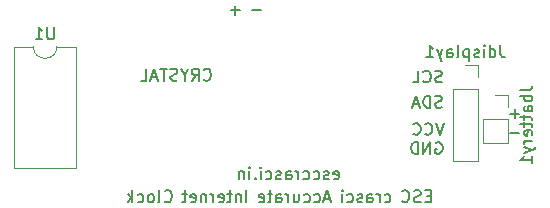
<source format=gbr>
%TF.GenerationSoftware,KiCad,Pcbnew,(7.0.0)*%
%TF.CreationDate,2023-08-26T23:12:35+05:30*%
%TF.ProjectId,sat-pcb,7361742d-7063-4622-9e6b-696361645f70,2.0.1*%
%TF.SameCoordinates,Original*%
%TF.FileFunction,Legend,Bot*%
%TF.FilePolarity,Positive*%
%FSLAX46Y46*%
G04 Gerber Fmt 4.6, Leading zero omitted, Abs format (unit mm)*
G04 Created by KiCad (PCBNEW (7.0.0)) date 2023-08-26 23:12:35*
%MOMM*%
%LPD*%
G01*
G04 APERTURE LIST*
%ADD10C,0.150000*%
%ADD11C,0.120000*%
G04 APERTURE END LIST*
D10*
X139861976Y-90624142D02*
X139909595Y-90671761D01*
X139909595Y-90671761D02*
X140052452Y-90719380D01*
X140052452Y-90719380D02*
X140147690Y-90719380D01*
X140147690Y-90719380D02*
X140290547Y-90671761D01*
X140290547Y-90671761D02*
X140385785Y-90576523D01*
X140385785Y-90576523D02*
X140433404Y-90481285D01*
X140433404Y-90481285D02*
X140481023Y-90290809D01*
X140481023Y-90290809D02*
X140481023Y-90147952D01*
X140481023Y-90147952D02*
X140433404Y-89957476D01*
X140433404Y-89957476D02*
X140385785Y-89862238D01*
X140385785Y-89862238D02*
X140290547Y-89767000D01*
X140290547Y-89767000D02*
X140147690Y-89719380D01*
X140147690Y-89719380D02*
X140052452Y-89719380D01*
X140052452Y-89719380D02*
X139909595Y-89767000D01*
X139909595Y-89767000D02*
X139861976Y-89814619D01*
X138861976Y-90719380D02*
X139195309Y-90243190D01*
X139433404Y-90719380D02*
X139433404Y-89719380D01*
X139433404Y-89719380D02*
X139052452Y-89719380D01*
X139052452Y-89719380D02*
X138957214Y-89767000D01*
X138957214Y-89767000D02*
X138909595Y-89814619D01*
X138909595Y-89814619D02*
X138861976Y-89909857D01*
X138861976Y-89909857D02*
X138861976Y-90052714D01*
X138861976Y-90052714D02*
X138909595Y-90147952D01*
X138909595Y-90147952D02*
X138957214Y-90195571D01*
X138957214Y-90195571D02*
X139052452Y-90243190D01*
X139052452Y-90243190D02*
X139433404Y-90243190D01*
X138242928Y-90243190D02*
X138242928Y-90719380D01*
X138576261Y-89719380D02*
X138242928Y-90243190D01*
X138242928Y-90243190D02*
X137909595Y-89719380D01*
X137623880Y-90671761D02*
X137481023Y-90719380D01*
X137481023Y-90719380D02*
X137242928Y-90719380D01*
X137242928Y-90719380D02*
X137147690Y-90671761D01*
X137147690Y-90671761D02*
X137100071Y-90624142D01*
X137100071Y-90624142D02*
X137052452Y-90528904D01*
X137052452Y-90528904D02*
X137052452Y-90433666D01*
X137052452Y-90433666D02*
X137100071Y-90338428D01*
X137100071Y-90338428D02*
X137147690Y-90290809D01*
X137147690Y-90290809D02*
X137242928Y-90243190D01*
X137242928Y-90243190D02*
X137433404Y-90195571D01*
X137433404Y-90195571D02*
X137528642Y-90147952D01*
X137528642Y-90147952D02*
X137576261Y-90100333D01*
X137576261Y-90100333D02*
X137623880Y-90005095D01*
X137623880Y-90005095D02*
X137623880Y-89909857D01*
X137623880Y-89909857D02*
X137576261Y-89814619D01*
X137576261Y-89814619D02*
X137528642Y-89767000D01*
X137528642Y-89767000D02*
X137433404Y-89719380D01*
X137433404Y-89719380D02*
X137195309Y-89719380D01*
X137195309Y-89719380D02*
X137052452Y-89767000D01*
X136766737Y-89719380D02*
X136195309Y-89719380D01*
X136481023Y-90719380D02*
X136481023Y-89719380D01*
X135909594Y-90433666D02*
X135433404Y-90433666D01*
X136004832Y-90719380D02*
X135671499Y-89719380D01*
X135671499Y-89719380D02*
X135338166Y-90719380D01*
X134528642Y-90719380D02*
X135004832Y-90719380D01*
X135004832Y-90719380D02*
X135004832Y-89719380D01*
X160039023Y-92957761D02*
X159896166Y-93005380D01*
X159896166Y-93005380D02*
X159658071Y-93005380D01*
X159658071Y-93005380D02*
X159562833Y-92957761D01*
X159562833Y-92957761D02*
X159515214Y-92910142D01*
X159515214Y-92910142D02*
X159467595Y-92814904D01*
X159467595Y-92814904D02*
X159467595Y-92719666D01*
X159467595Y-92719666D02*
X159515214Y-92624428D01*
X159515214Y-92624428D02*
X159562833Y-92576809D01*
X159562833Y-92576809D02*
X159658071Y-92529190D01*
X159658071Y-92529190D02*
X159848547Y-92481571D01*
X159848547Y-92481571D02*
X159943785Y-92433952D01*
X159943785Y-92433952D02*
X159991404Y-92386333D01*
X159991404Y-92386333D02*
X160039023Y-92291095D01*
X160039023Y-92291095D02*
X160039023Y-92195857D01*
X160039023Y-92195857D02*
X159991404Y-92100619D01*
X159991404Y-92100619D02*
X159943785Y-92053000D01*
X159943785Y-92053000D02*
X159848547Y-92005380D01*
X159848547Y-92005380D02*
X159610452Y-92005380D01*
X159610452Y-92005380D02*
X159467595Y-92053000D01*
X159039023Y-93005380D02*
X159039023Y-92005380D01*
X159039023Y-92005380D02*
X158800928Y-92005380D01*
X158800928Y-92005380D02*
X158658071Y-92053000D01*
X158658071Y-92053000D02*
X158562833Y-92148238D01*
X158562833Y-92148238D02*
X158515214Y-92243476D01*
X158515214Y-92243476D02*
X158467595Y-92433952D01*
X158467595Y-92433952D02*
X158467595Y-92576809D01*
X158467595Y-92576809D02*
X158515214Y-92767285D01*
X158515214Y-92767285D02*
X158562833Y-92862523D01*
X158562833Y-92862523D02*
X158658071Y-92957761D01*
X158658071Y-92957761D02*
X158800928Y-93005380D01*
X158800928Y-93005380D02*
X159039023Y-93005380D01*
X158086642Y-92719666D02*
X157610452Y-92719666D01*
X158181880Y-93005380D02*
X157848547Y-92005380D01*
X157848547Y-92005380D02*
X157515214Y-93005380D01*
X166595404Y-93544428D02*
X165833500Y-93544428D01*
X166214452Y-93925380D02*
X166214452Y-93163476D01*
X166595404Y-95164428D02*
X165833500Y-95164428D01*
X159089404Y-100487571D02*
X158756071Y-100487571D01*
X158613214Y-101011380D02*
X159089404Y-101011380D01*
X159089404Y-101011380D02*
X159089404Y-100011380D01*
X159089404Y-100011380D02*
X158613214Y-100011380D01*
X158232261Y-100963761D02*
X158089404Y-101011380D01*
X158089404Y-101011380D02*
X157851309Y-101011380D01*
X157851309Y-101011380D02*
X157756071Y-100963761D01*
X157756071Y-100963761D02*
X157708452Y-100916142D01*
X157708452Y-100916142D02*
X157660833Y-100820904D01*
X157660833Y-100820904D02*
X157660833Y-100725666D01*
X157660833Y-100725666D02*
X157708452Y-100630428D01*
X157708452Y-100630428D02*
X157756071Y-100582809D01*
X157756071Y-100582809D02*
X157851309Y-100535190D01*
X157851309Y-100535190D02*
X158041785Y-100487571D01*
X158041785Y-100487571D02*
X158137023Y-100439952D01*
X158137023Y-100439952D02*
X158184642Y-100392333D01*
X158184642Y-100392333D02*
X158232261Y-100297095D01*
X158232261Y-100297095D02*
X158232261Y-100201857D01*
X158232261Y-100201857D02*
X158184642Y-100106619D01*
X158184642Y-100106619D02*
X158137023Y-100059000D01*
X158137023Y-100059000D02*
X158041785Y-100011380D01*
X158041785Y-100011380D02*
X157803690Y-100011380D01*
X157803690Y-100011380D02*
X157660833Y-100059000D01*
X156660833Y-100916142D02*
X156708452Y-100963761D01*
X156708452Y-100963761D02*
X156851309Y-101011380D01*
X156851309Y-101011380D02*
X156946547Y-101011380D01*
X156946547Y-101011380D02*
X157089404Y-100963761D01*
X157089404Y-100963761D02*
X157184642Y-100868523D01*
X157184642Y-100868523D02*
X157232261Y-100773285D01*
X157232261Y-100773285D02*
X157279880Y-100582809D01*
X157279880Y-100582809D02*
X157279880Y-100439952D01*
X157279880Y-100439952D02*
X157232261Y-100249476D01*
X157232261Y-100249476D02*
X157184642Y-100154238D01*
X157184642Y-100154238D02*
X157089404Y-100059000D01*
X157089404Y-100059000D02*
X156946547Y-100011380D01*
X156946547Y-100011380D02*
X156851309Y-100011380D01*
X156851309Y-100011380D02*
X156708452Y-100059000D01*
X156708452Y-100059000D02*
X156660833Y-100106619D01*
X155203690Y-100963761D02*
X155298928Y-101011380D01*
X155298928Y-101011380D02*
X155489404Y-101011380D01*
X155489404Y-101011380D02*
X155584642Y-100963761D01*
X155584642Y-100963761D02*
X155632261Y-100916142D01*
X155632261Y-100916142D02*
X155679880Y-100820904D01*
X155679880Y-100820904D02*
X155679880Y-100535190D01*
X155679880Y-100535190D02*
X155632261Y-100439952D01*
X155632261Y-100439952D02*
X155584642Y-100392333D01*
X155584642Y-100392333D02*
X155489404Y-100344714D01*
X155489404Y-100344714D02*
X155298928Y-100344714D01*
X155298928Y-100344714D02*
X155203690Y-100392333D01*
X154775118Y-101011380D02*
X154775118Y-100344714D01*
X154775118Y-100535190D02*
X154727499Y-100439952D01*
X154727499Y-100439952D02*
X154679880Y-100392333D01*
X154679880Y-100392333D02*
X154584642Y-100344714D01*
X154584642Y-100344714D02*
X154489404Y-100344714D01*
X153727499Y-101011380D02*
X153727499Y-100487571D01*
X153727499Y-100487571D02*
X153775118Y-100392333D01*
X153775118Y-100392333D02*
X153870356Y-100344714D01*
X153870356Y-100344714D02*
X154060832Y-100344714D01*
X154060832Y-100344714D02*
X154156070Y-100392333D01*
X153727499Y-100963761D02*
X153822737Y-101011380D01*
X153822737Y-101011380D02*
X154060832Y-101011380D01*
X154060832Y-101011380D02*
X154156070Y-100963761D01*
X154156070Y-100963761D02*
X154203689Y-100868523D01*
X154203689Y-100868523D02*
X154203689Y-100773285D01*
X154203689Y-100773285D02*
X154156070Y-100678047D01*
X154156070Y-100678047D02*
X154060832Y-100630428D01*
X154060832Y-100630428D02*
X153822737Y-100630428D01*
X153822737Y-100630428D02*
X153727499Y-100582809D01*
X153298927Y-100963761D02*
X153203689Y-101011380D01*
X153203689Y-101011380D02*
X153013213Y-101011380D01*
X153013213Y-101011380D02*
X152917975Y-100963761D01*
X152917975Y-100963761D02*
X152870356Y-100868523D01*
X152870356Y-100868523D02*
X152870356Y-100820904D01*
X152870356Y-100820904D02*
X152917975Y-100725666D01*
X152917975Y-100725666D02*
X153013213Y-100678047D01*
X153013213Y-100678047D02*
X153156070Y-100678047D01*
X153156070Y-100678047D02*
X153251308Y-100630428D01*
X153251308Y-100630428D02*
X153298927Y-100535190D01*
X153298927Y-100535190D02*
X153298927Y-100487571D01*
X153298927Y-100487571D02*
X153251308Y-100392333D01*
X153251308Y-100392333D02*
X153156070Y-100344714D01*
X153156070Y-100344714D02*
X153013213Y-100344714D01*
X153013213Y-100344714D02*
X152917975Y-100392333D01*
X152013213Y-100963761D02*
X152108451Y-101011380D01*
X152108451Y-101011380D02*
X152298927Y-101011380D01*
X152298927Y-101011380D02*
X152394165Y-100963761D01*
X152394165Y-100963761D02*
X152441784Y-100916142D01*
X152441784Y-100916142D02*
X152489403Y-100820904D01*
X152489403Y-100820904D02*
X152489403Y-100535190D01*
X152489403Y-100535190D02*
X152441784Y-100439952D01*
X152441784Y-100439952D02*
X152394165Y-100392333D01*
X152394165Y-100392333D02*
X152298927Y-100344714D01*
X152298927Y-100344714D02*
X152108451Y-100344714D01*
X152108451Y-100344714D02*
X152013213Y-100392333D01*
X151584641Y-101011380D02*
X151584641Y-100344714D01*
X151584641Y-100011380D02*
X151632260Y-100059000D01*
X151632260Y-100059000D02*
X151584641Y-100106619D01*
X151584641Y-100106619D02*
X151537022Y-100059000D01*
X151537022Y-100059000D02*
X151584641Y-100011380D01*
X151584641Y-100011380D02*
X151584641Y-100106619D01*
X150556070Y-100725666D02*
X150079880Y-100725666D01*
X150651308Y-101011380D02*
X150317975Y-100011380D01*
X150317975Y-100011380D02*
X149984642Y-101011380D01*
X149222737Y-100963761D02*
X149317975Y-101011380D01*
X149317975Y-101011380D02*
X149508451Y-101011380D01*
X149508451Y-101011380D02*
X149603689Y-100963761D01*
X149603689Y-100963761D02*
X149651308Y-100916142D01*
X149651308Y-100916142D02*
X149698927Y-100820904D01*
X149698927Y-100820904D02*
X149698927Y-100535190D01*
X149698927Y-100535190D02*
X149651308Y-100439952D01*
X149651308Y-100439952D02*
X149603689Y-100392333D01*
X149603689Y-100392333D02*
X149508451Y-100344714D01*
X149508451Y-100344714D02*
X149317975Y-100344714D01*
X149317975Y-100344714D02*
X149222737Y-100392333D01*
X148365594Y-100963761D02*
X148460832Y-101011380D01*
X148460832Y-101011380D02*
X148651308Y-101011380D01*
X148651308Y-101011380D02*
X148746546Y-100963761D01*
X148746546Y-100963761D02*
X148794165Y-100916142D01*
X148794165Y-100916142D02*
X148841784Y-100820904D01*
X148841784Y-100820904D02*
X148841784Y-100535190D01*
X148841784Y-100535190D02*
X148794165Y-100439952D01*
X148794165Y-100439952D02*
X148746546Y-100392333D01*
X148746546Y-100392333D02*
X148651308Y-100344714D01*
X148651308Y-100344714D02*
X148460832Y-100344714D01*
X148460832Y-100344714D02*
X148365594Y-100392333D01*
X147508451Y-100344714D02*
X147508451Y-101011380D01*
X147937022Y-100344714D02*
X147937022Y-100868523D01*
X147937022Y-100868523D02*
X147889403Y-100963761D01*
X147889403Y-100963761D02*
X147794165Y-101011380D01*
X147794165Y-101011380D02*
X147651308Y-101011380D01*
X147651308Y-101011380D02*
X147556070Y-100963761D01*
X147556070Y-100963761D02*
X147508451Y-100916142D01*
X147032260Y-101011380D02*
X147032260Y-100344714D01*
X147032260Y-100535190D02*
X146984641Y-100439952D01*
X146984641Y-100439952D02*
X146937022Y-100392333D01*
X146937022Y-100392333D02*
X146841784Y-100344714D01*
X146841784Y-100344714D02*
X146746546Y-100344714D01*
X145984641Y-101011380D02*
X145984641Y-100487571D01*
X145984641Y-100487571D02*
X146032260Y-100392333D01*
X146032260Y-100392333D02*
X146127498Y-100344714D01*
X146127498Y-100344714D02*
X146317974Y-100344714D01*
X146317974Y-100344714D02*
X146413212Y-100392333D01*
X145984641Y-100963761D02*
X146079879Y-101011380D01*
X146079879Y-101011380D02*
X146317974Y-101011380D01*
X146317974Y-101011380D02*
X146413212Y-100963761D01*
X146413212Y-100963761D02*
X146460831Y-100868523D01*
X146460831Y-100868523D02*
X146460831Y-100773285D01*
X146460831Y-100773285D02*
X146413212Y-100678047D01*
X146413212Y-100678047D02*
X146317974Y-100630428D01*
X146317974Y-100630428D02*
X146079879Y-100630428D01*
X146079879Y-100630428D02*
X145984641Y-100582809D01*
X145651307Y-100344714D02*
X145270355Y-100344714D01*
X145508450Y-100011380D02*
X145508450Y-100868523D01*
X145508450Y-100868523D02*
X145460831Y-100963761D01*
X145460831Y-100963761D02*
X145365593Y-101011380D01*
X145365593Y-101011380D02*
X145270355Y-101011380D01*
X144556069Y-100963761D02*
X144651307Y-101011380D01*
X144651307Y-101011380D02*
X144841783Y-101011380D01*
X144841783Y-101011380D02*
X144937021Y-100963761D01*
X144937021Y-100963761D02*
X144984640Y-100868523D01*
X144984640Y-100868523D02*
X144984640Y-100487571D01*
X144984640Y-100487571D02*
X144937021Y-100392333D01*
X144937021Y-100392333D02*
X144841783Y-100344714D01*
X144841783Y-100344714D02*
X144651307Y-100344714D01*
X144651307Y-100344714D02*
X144556069Y-100392333D01*
X144556069Y-100392333D02*
X144508450Y-100487571D01*
X144508450Y-100487571D02*
X144508450Y-100582809D01*
X144508450Y-100582809D02*
X144984640Y-100678047D01*
X143479878Y-101011380D02*
X143479878Y-100011380D01*
X143003688Y-100344714D02*
X143003688Y-101011380D01*
X143003688Y-100439952D02*
X142956069Y-100392333D01*
X142956069Y-100392333D02*
X142860831Y-100344714D01*
X142860831Y-100344714D02*
X142717974Y-100344714D01*
X142717974Y-100344714D02*
X142622736Y-100392333D01*
X142622736Y-100392333D02*
X142575117Y-100487571D01*
X142575117Y-100487571D02*
X142575117Y-101011380D01*
X142241783Y-100344714D02*
X141860831Y-100344714D01*
X142098926Y-100011380D02*
X142098926Y-100868523D01*
X142098926Y-100868523D02*
X142051307Y-100963761D01*
X142051307Y-100963761D02*
X141956069Y-101011380D01*
X141956069Y-101011380D02*
X141860831Y-101011380D01*
X141146545Y-100963761D02*
X141241783Y-101011380D01*
X141241783Y-101011380D02*
X141432259Y-101011380D01*
X141432259Y-101011380D02*
X141527497Y-100963761D01*
X141527497Y-100963761D02*
X141575116Y-100868523D01*
X141575116Y-100868523D02*
X141575116Y-100487571D01*
X141575116Y-100487571D02*
X141527497Y-100392333D01*
X141527497Y-100392333D02*
X141432259Y-100344714D01*
X141432259Y-100344714D02*
X141241783Y-100344714D01*
X141241783Y-100344714D02*
X141146545Y-100392333D01*
X141146545Y-100392333D02*
X141098926Y-100487571D01*
X141098926Y-100487571D02*
X141098926Y-100582809D01*
X141098926Y-100582809D02*
X141575116Y-100678047D01*
X140670354Y-101011380D02*
X140670354Y-100344714D01*
X140670354Y-100535190D02*
X140622735Y-100439952D01*
X140622735Y-100439952D02*
X140575116Y-100392333D01*
X140575116Y-100392333D02*
X140479878Y-100344714D01*
X140479878Y-100344714D02*
X140384640Y-100344714D01*
X140051306Y-100344714D02*
X140051306Y-101011380D01*
X140051306Y-100439952D02*
X140003687Y-100392333D01*
X140003687Y-100392333D02*
X139908449Y-100344714D01*
X139908449Y-100344714D02*
X139765592Y-100344714D01*
X139765592Y-100344714D02*
X139670354Y-100392333D01*
X139670354Y-100392333D02*
X139622735Y-100487571D01*
X139622735Y-100487571D02*
X139622735Y-101011380D01*
X138765592Y-100963761D02*
X138860830Y-101011380D01*
X138860830Y-101011380D02*
X139051306Y-101011380D01*
X139051306Y-101011380D02*
X139146544Y-100963761D01*
X139146544Y-100963761D02*
X139194163Y-100868523D01*
X139194163Y-100868523D02*
X139194163Y-100487571D01*
X139194163Y-100487571D02*
X139146544Y-100392333D01*
X139146544Y-100392333D02*
X139051306Y-100344714D01*
X139051306Y-100344714D02*
X138860830Y-100344714D01*
X138860830Y-100344714D02*
X138765592Y-100392333D01*
X138765592Y-100392333D02*
X138717973Y-100487571D01*
X138717973Y-100487571D02*
X138717973Y-100582809D01*
X138717973Y-100582809D02*
X139194163Y-100678047D01*
X138432258Y-100344714D02*
X138051306Y-100344714D01*
X138289401Y-100011380D02*
X138289401Y-100868523D01*
X138289401Y-100868523D02*
X138241782Y-100963761D01*
X138241782Y-100963761D02*
X138146544Y-101011380D01*
X138146544Y-101011380D02*
X138051306Y-101011380D01*
X136546544Y-100916142D02*
X136594163Y-100963761D01*
X136594163Y-100963761D02*
X136737020Y-101011380D01*
X136737020Y-101011380D02*
X136832258Y-101011380D01*
X136832258Y-101011380D02*
X136975115Y-100963761D01*
X136975115Y-100963761D02*
X137070353Y-100868523D01*
X137070353Y-100868523D02*
X137117972Y-100773285D01*
X137117972Y-100773285D02*
X137165591Y-100582809D01*
X137165591Y-100582809D02*
X137165591Y-100439952D01*
X137165591Y-100439952D02*
X137117972Y-100249476D01*
X137117972Y-100249476D02*
X137070353Y-100154238D01*
X137070353Y-100154238D02*
X136975115Y-100059000D01*
X136975115Y-100059000D02*
X136832258Y-100011380D01*
X136832258Y-100011380D02*
X136737020Y-100011380D01*
X136737020Y-100011380D02*
X136594163Y-100059000D01*
X136594163Y-100059000D02*
X136546544Y-100106619D01*
X135975115Y-101011380D02*
X136070353Y-100963761D01*
X136070353Y-100963761D02*
X136117972Y-100868523D01*
X136117972Y-100868523D02*
X136117972Y-100011380D01*
X135451305Y-101011380D02*
X135546543Y-100963761D01*
X135546543Y-100963761D02*
X135594162Y-100916142D01*
X135594162Y-100916142D02*
X135641781Y-100820904D01*
X135641781Y-100820904D02*
X135641781Y-100535190D01*
X135641781Y-100535190D02*
X135594162Y-100439952D01*
X135594162Y-100439952D02*
X135546543Y-100392333D01*
X135546543Y-100392333D02*
X135451305Y-100344714D01*
X135451305Y-100344714D02*
X135308448Y-100344714D01*
X135308448Y-100344714D02*
X135213210Y-100392333D01*
X135213210Y-100392333D02*
X135165591Y-100439952D01*
X135165591Y-100439952D02*
X135117972Y-100535190D01*
X135117972Y-100535190D02*
X135117972Y-100820904D01*
X135117972Y-100820904D02*
X135165591Y-100916142D01*
X135165591Y-100916142D02*
X135213210Y-100963761D01*
X135213210Y-100963761D02*
X135308448Y-101011380D01*
X135308448Y-101011380D02*
X135451305Y-101011380D01*
X134260829Y-100963761D02*
X134356067Y-101011380D01*
X134356067Y-101011380D02*
X134546543Y-101011380D01*
X134546543Y-101011380D02*
X134641781Y-100963761D01*
X134641781Y-100963761D02*
X134689400Y-100916142D01*
X134689400Y-100916142D02*
X134737019Y-100820904D01*
X134737019Y-100820904D02*
X134737019Y-100535190D01*
X134737019Y-100535190D02*
X134689400Y-100439952D01*
X134689400Y-100439952D02*
X134641781Y-100392333D01*
X134641781Y-100392333D02*
X134546543Y-100344714D01*
X134546543Y-100344714D02*
X134356067Y-100344714D01*
X134356067Y-100344714D02*
X134260829Y-100392333D01*
X133832257Y-101011380D02*
X133832257Y-100011380D01*
X133737019Y-100630428D02*
X133451305Y-101011380D01*
X133451305Y-100344714D02*
X133832257Y-100725666D01*
X160039023Y-90829761D02*
X159896166Y-90877380D01*
X159896166Y-90877380D02*
X159658071Y-90877380D01*
X159658071Y-90877380D02*
X159562833Y-90829761D01*
X159562833Y-90829761D02*
X159515214Y-90782142D01*
X159515214Y-90782142D02*
X159467595Y-90686904D01*
X159467595Y-90686904D02*
X159467595Y-90591666D01*
X159467595Y-90591666D02*
X159515214Y-90496428D01*
X159515214Y-90496428D02*
X159562833Y-90448809D01*
X159562833Y-90448809D02*
X159658071Y-90401190D01*
X159658071Y-90401190D02*
X159848547Y-90353571D01*
X159848547Y-90353571D02*
X159943785Y-90305952D01*
X159943785Y-90305952D02*
X159991404Y-90258333D01*
X159991404Y-90258333D02*
X160039023Y-90163095D01*
X160039023Y-90163095D02*
X160039023Y-90067857D01*
X160039023Y-90067857D02*
X159991404Y-89972619D01*
X159991404Y-89972619D02*
X159943785Y-89925000D01*
X159943785Y-89925000D02*
X159848547Y-89877380D01*
X159848547Y-89877380D02*
X159610452Y-89877380D01*
X159610452Y-89877380D02*
X159467595Y-89925000D01*
X158467595Y-90782142D02*
X158515214Y-90829761D01*
X158515214Y-90829761D02*
X158658071Y-90877380D01*
X158658071Y-90877380D02*
X158753309Y-90877380D01*
X158753309Y-90877380D02*
X158896166Y-90829761D01*
X158896166Y-90829761D02*
X158991404Y-90734523D01*
X158991404Y-90734523D02*
X159039023Y-90639285D01*
X159039023Y-90639285D02*
X159086642Y-90448809D01*
X159086642Y-90448809D02*
X159086642Y-90305952D01*
X159086642Y-90305952D02*
X159039023Y-90115476D01*
X159039023Y-90115476D02*
X158991404Y-90020238D01*
X158991404Y-90020238D02*
X158896166Y-89925000D01*
X158896166Y-89925000D02*
X158753309Y-89877380D01*
X158753309Y-89877380D02*
X158658071Y-89877380D01*
X158658071Y-89877380D02*
X158515214Y-89925000D01*
X158515214Y-89925000D02*
X158467595Y-89972619D01*
X157562833Y-90877380D02*
X158039023Y-90877380D01*
X158039023Y-90877380D02*
X158039023Y-89877380D01*
X150883452Y-99013761D02*
X150978690Y-99061380D01*
X150978690Y-99061380D02*
X151169166Y-99061380D01*
X151169166Y-99061380D02*
X151264404Y-99013761D01*
X151264404Y-99013761D02*
X151312023Y-98918523D01*
X151312023Y-98918523D02*
X151312023Y-98537571D01*
X151312023Y-98537571D02*
X151264404Y-98442333D01*
X151264404Y-98442333D02*
X151169166Y-98394714D01*
X151169166Y-98394714D02*
X150978690Y-98394714D01*
X150978690Y-98394714D02*
X150883452Y-98442333D01*
X150883452Y-98442333D02*
X150835833Y-98537571D01*
X150835833Y-98537571D02*
X150835833Y-98632809D01*
X150835833Y-98632809D02*
X151312023Y-98728047D01*
X150454880Y-99013761D02*
X150359642Y-99061380D01*
X150359642Y-99061380D02*
X150169166Y-99061380D01*
X150169166Y-99061380D02*
X150073928Y-99013761D01*
X150073928Y-99013761D02*
X150026309Y-98918523D01*
X150026309Y-98918523D02*
X150026309Y-98870904D01*
X150026309Y-98870904D02*
X150073928Y-98775666D01*
X150073928Y-98775666D02*
X150169166Y-98728047D01*
X150169166Y-98728047D02*
X150312023Y-98728047D01*
X150312023Y-98728047D02*
X150407261Y-98680428D01*
X150407261Y-98680428D02*
X150454880Y-98585190D01*
X150454880Y-98585190D02*
X150454880Y-98537571D01*
X150454880Y-98537571D02*
X150407261Y-98442333D01*
X150407261Y-98442333D02*
X150312023Y-98394714D01*
X150312023Y-98394714D02*
X150169166Y-98394714D01*
X150169166Y-98394714D02*
X150073928Y-98442333D01*
X149169166Y-99013761D02*
X149264404Y-99061380D01*
X149264404Y-99061380D02*
X149454880Y-99061380D01*
X149454880Y-99061380D02*
X149550118Y-99013761D01*
X149550118Y-99013761D02*
X149597737Y-98966142D01*
X149597737Y-98966142D02*
X149645356Y-98870904D01*
X149645356Y-98870904D02*
X149645356Y-98585190D01*
X149645356Y-98585190D02*
X149597737Y-98489952D01*
X149597737Y-98489952D02*
X149550118Y-98442333D01*
X149550118Y-98442333D02*
X149454880Y-98394714D01*
X149454880Y-98394714D02*
X149264404Y-98394714D01*
X149264404Y-98394714D02*
X149169166Y-98442333D01*
X148312023Y-99013761D02*
X148407261Y-99061380D01*
X148407261Y-99061380D02*
X148597737Y-99061380D01*
X148597737Y-99061380D02*
X148692975Y-99013761D01*
X148692975Y-99013761D02*
X148740594Y-98966142D01*
X148740594Y-98966142D02*
X148788213Y-98870904D01*
X148788213Y-98870904D02*
X148788213Y-98585190D01*
X148788213Y-98585190D02*
X148740594Y-98489952D01*
X148740594Y-98489952D02*
X148692975Y-98442333D01*
X148692975Y-98442333D02*
X148597737Y-98394714D01*
X148597737Y-98394714D02*
X148407261Y-98394714D01*
X148407261Y-98394714D02*
X148312023Y-98442333D01*
X147883451Y-99061380D02*
X147883451Y-98394714D01*
X147883451Y-98585190D02*
X147835832Y-98489952D01*
X147835832Y-98489952D02*
X147788213Y-98442333D01*
X147788213Y-98442333D02*
X147692975Y-98394714D01*
X147692975Y-98394714D02*
X147597737Y-98394714D01*
X146835832Y-99061380D02*
X146835832Y-98537571D01*
X146835832Y-98537571D02*
X146883451Y-98442333D01*
X146883451Y-98442333D02*
X146978689Y-98394714D01*
X146978689Y-98394714D02*
X147169165Y-98394714D01*
X147169165Y-98394714D02*
X147264403Y-98442333D01*
X146835832Y-99013761D02*
X146931070Y-99061380D01*
X146931070Y-99061380D02*
X147169165Y-99061380D01*
X147169165Y-99061380D02*
X147264403Y-99013761D01*
X147264403Y-99013761D02*
X147312022Y-98918523D01*
X147312022Y-98918523D02*
X147312022Y-98823285D01*
X147312022Y-98823285D02*
X147264403Y-98728047D01*
X147264403Y-98728047D02*
X147169165Y-98680428D01*
X147169165Y-98680428D02*
X146931070Y-98680428D01*
X146931070Y-98680428D02*
X146835832Y-98632809D01*
X146407260Y-99013761D02*
X146312022Y-99061380D01*
X146312022Y-99061380D02*
X146121546Y-99061380D01*
X146121546Y-99061380D02*
X146026308Y-99013761D01*
X146026308Y-99013761D02*
X145978689Y-98918523D01*
X145978689Y-98918523D02*
X145978689Y-98870904D01*
X145978689Y-98870904D02*
X146026308Y-98775666D01*
X146026308Y-98775666D02*
X146121546Y-98728047D01*
X146121546Y-98728047D02*
X146264403Y-98728047D01*
X146264403Y-98728047D02*
X146359641Y-98680428D01*
X146359641Y-98680428D02*
X146407260Y-98585190D01*
X146407260Y-98585190D02*
X146407260Y-98537571D01*
X146407260Y-98537571D02*
X146359641Y-98442333D01*
X146359641Y-98442333D02*
X146264403Y-98394714D01*
X146264403Y-98394714D02*
X146121546Y-98394714D01*
X146121546Y-98394714D02*
X146026308Y-98442333D01*
X145121546Y-99013761D02*
X145216784Y-99061380D01*
X145216784Y-99061380D02*
X145407260Y-99061380D01*
X145407260Y-99061380D02*
X145502498Y-99013761D01*
X145502498Y-99013761D02*
X145550117Y-98966142D01*
X145550117Y-98966142D02*
X145597736Y-98870904D01*
X145597736Y-98870904D02*
X145597736Y-98585190D01*
X145597736Y-98585190D02*
X145550117Y-98489952D01*
X145550117Y-98489952D02*
X145502498Y-98442333D01*
X145502498Y-98442333D02*
X145407260Y-98394714D01*
X145407260Y-98394714D02*
X145216784Y-98394714D01*
X145216784Y-98394714D02*
X145121546Y-98442333D01*
X144692974Y-99061380D02*
X144692974Y-98394714D01*
X144692974Y-98061380D02*
X144740593Y-98109000D01*
X144740593Y-98109000D02*
X144692974Y-98156619D01*
X144692974Y-98156619D02*
X144645355Y-98109000D01*
X144645355Y-98109000D02*
X144692974Y-98061380D01*
X144692974Y-98061380D02*
X144692974Y-98156619D01*
X144216784Y-98966142D02*
X144169165Y-99013761D01*
X144169165Y-99013761D02*
X144216784Y-99061380D01*
X144216784Y-99061380D02*
X144264403Y-99013761D01*
X144264403Y-99013761D02*
X144216784Y-98966142D01*
X144216784Y-98966142D02*
X144216784Y-99061380D01*
X143740594Y-99061380D02*
X143740594Y-98394714D01*
X143740594Y-98061380D02*
X143788213Y-98109000D01*
X143788213Y-98109000D02*
X143740594Y-98156619D01*
X143740594Y-98156619D02*
X143692975Y-98109000D01*
X143692975Y-98109000D02*
X143740594Y-98061380D01*
X143740594Y-98061380D02*
X143740594Y-98156619D01*
X143264404Y-98394714D02*
X143264404Y-99061380D01*
X143264404Y-98489952D02*
X143216785Y-98442333D01*
X143216785Y-98442333D02*
X143121547Y-98394714D01*
X143121547Y-98394714D02*
X142978690Y-98394714D01*
X142978690Y-98394714D02*
X142883452Y-98442333D01*
X142883452Y-98442333D02*
X142835833Y-98537571D01*
X142835833Y-98537571D02*
X142835833Y-99061380D01*
X160182261Y-94316380D02*
X159848928Y-95316380D01*
X159848928Y-95316380D02*
X159515595Y-94316380D01*
X158610833Y-95221142D02*
X158658452Y-95268761D01*
X158658452Y-95268761D02*
X158801309Y-95316380D01*
X158801309Y-95316380D02*
X158896547Y-95316380D01*
X158896547Y-95316380D02*
X159039404Y-95268761D01*
X159039404Y-95268761D02*
X159134642Y-95173523D01*
X159134642Y-95173523D02*
X159182261Y-95078285D01*
X159182261Y-95078285D02*
X159229880Y-94887809D01*
X159229880Y-94887809D02*
X159229880Y-94744952D01*
X159229880Y-94744952D02*
X159182261Y-94554476D01*
X159182261Y-94554476D02*
X159134642Y-94459238D01*
X159134642Y-94459238D02*
X159039404Y-94364000D01*
X159039404Y-94364000D02*
X158896547Y-94316380D01*
X158896547Y-94316380D02*
X158801309Y-94316380D01*
X158801309Y-94316380D02*
X158658452Y-94364000D01*
X158658452Y-94364000D02*
X158610833Y-94411619D01*
X157610833Y-95221142D02*
X157658452Y-95268761D01*
X157658452Y-95268761D02*
X157801309Y-95316380D01*
X157801309Y-95316380D02*
X157896547Y-95316380D01*
X157896547Y-95316380D02*
X158039404Y-95268761D01*
X158039404Y-95268761D02*
X158134642Y-95173523D01*
X158134642Y-95173523D02*
X158182261Y-95078285D01*
X158182261Y-95078285D02*
X158229880Y-94887809D01*
X158229880Y-94887809D02*
X158229880Y-94744952D01*
X158229880Y-94744952D02*
X158182261Y-94554476D01*
X158182261Y-94554476D02*
X158134642Y-94459238D01*
X158134642Y-94459238D02*
X158039404Y-94364000D01*
X158039404Y-94364000D02*
X157896547Y-94316380D01*
X157896547Y-94316380D02*
X157801309Y-94316380D01*
X157801309Y-94316380D02*
X157658452Y-94364000D01*
X157658452Y-94364000D02*
X157610833Y-94411619D01*
X159515595Y-95984000D02*
X159610833Y-95936380D01*
X159610833Y-95936380D02*
X159753690Y-95936380D01*
X159753690Y-95936380D02*
X159896547Y-95984000D01*
X159896547Y-95984000D02*
X159991785Y-96079238D01*
X159991785Y-96079238D02*
X160039404Y-96174476D01*
X160039404Y-96174476D02*
X160087023Y-96364952D01*
X160087023Y-96364952D02*
X160087023Y-96507809D01*
X160087023Y-96507809D02*
X160039404Y-96698285D01*
X160039404Y-96698285D02*
X159991785Y-96793523D01*
X159991785Y-96793523D02*
X159896547Y-96888761D01*
X159896547Y-96888761D02*
X159753690Y-96936380D01*
X159753690Y-96936380D02*
X159658452Y-96936380D01*
X159658452Y-96936380D02*
X159515595Y-96888761D01*
X159515595Y-96888761D02*
X159467976Y-96841142D01*
X159467976Y-96841142D02*
X159467976Y-96507809D01*
X159467976Y-96507809D02*
X159658452Y-96507809D01*
X159039404Y-96936380D02*
X159039404Y-95936380D01*
X159039404Y-95936380D02*
X158467976Y-96936380D01*
X158467976Y-96936380D02*
X158467976Y-95936380D01*
X157991785Y-96936380D02*
X157991785Y-95936380D01*
X157991785Y-95936380D02*
X157753690Y-95936380D01*
X157753690Y-95936380D02*
X157610833Y-95984000D01*
X157610833Y-95984000D02*
X157515595Y-96079238D01*
X157515595Y-96079238D02*
X157467976Y-96174476D01*
X157467976Y-96174476D02*
X157420357Y-96364952D01*
X157420357Y-96364952D02*
X157420357Y-96507809D01*
X157420357Y-96507809D02*
X157467976Y-96698285D01*
X157467976Y-96698285D02*
X157515595Y-96793523D01*
X157515595Y-96793523D02*
X157610833Y-96888761D01*
X157610833Y-96888761D02*
X157753690Y-96936380D01*
X157753690Y-96936380D02*
X157991785Y-96936380D01*
X144751404Y-84750428D02*
X143989500Y-84750428D01*
X142913309Y-84750428D02*
X142151405Y-84750428D01*
X142532357Y-85131380D02*
X142532357Y-84369476D01*
%TO.C,U1*%
X127199404Y-86206380D02*
X127199404Y-87015904D01*
X127199404Y-87015904D02*
X127151785Y-87111142D01*
X127151785Y-87111142D02*
X127104166Y-87158761D01*
X127104166Y-87158761D02*
X127008928Y-87206380D01*
X127008928Y-87206380D02*
X126818452Y-87206380D01*
X126818452Y-87206380D02*
X126723214Y-87158761D01*
X126723214Y-87158761D02*
X126675595Y-87111142D01*
X126675595Y-87111142D02*
X126627976Y-87015904D01*
X126627976Y-87015904D02*
X126627976Y-86206380D01*
X125627976Y-87206380D02*
X126199404Y-87206380D01*
X125913690Y-87206380D02*
X125913690Y-86206380D01*
X125913690Y-86206380D02*
X126008928Y-86349238D01*
X126008928Y-86349238D02*
X126104166Y-86444476D01*
X126104166Y-86444476D02*
X126199404Y-86492095D01*
%TO.C,Jbattery1*%
X166669880Y-91525427D02*
X167384166Y-91525427D01*
X167384166Y-91525427D02*
X167527023Y-91477808D01*
X167527023Y-91477808D02*
X167622261Y-91382570D01*
X167622261Y-91382570D02*
X167669880Y-91239713D01*
X167669880Y-91239713D02*
X167669880Y-91144475D01*
X167669880Y-92001618D02*
X166669880Y-92001618D01*
X167050833Y-92001618D02*
X167003214Y-92096856D01*
X167003214Y-92096856D02*
X167003214Y-92287332D01*
X167003214Y-92287332D02*
X167050833Y-92382570D01*
X167050833Y-92382570D02*
X167098452Y-92430189D01*
X167098452Y-92430189D02*
X167193690Y-92477808D01*
X167193690Y-92477808D02*
X167479404Y-92477808D01*
X167479404Y-92477808D02*
X167574642Y-92430189D01*
X167574642Y-92430189D02*
X167622261Y-92382570D01*
X167622261Y-92382570D02*
X167669880Y-92287332D01*
X167669880Y-92287332D02*
X167669880Y-92096856D01*
X167669880Y-92096856D02*
X167622261Y-92001618D01*
X167669880Y-93334951D02*
X167146071Y-93334951D01*
X167146071Y-93334951D02*
X167050833Y-93287332D01*
X167050833Y-93287332D02*
X167003214Y-93192094D01*
X167003214Y-93192094D02*
X167003214Y-93001618D01*
X167003214Y-93001618D02*
X167050833Y-92906380D01*
X167622261Y-93334951D02*
X167669880Y-93239713D01*
X167669880Y-93239713D02*
X167669880Y-93001618D01*
X167669880Y-93001618D02*
X167622261Y-92906380D01*
X167622261Y-92906380D02*
X167527023Y-92858761D01*
X167527023Y-92858761D02*
X167431785Y-92858761D01*
X167431785Y-92858761D02*
X167336547Y-92906380D01*
X167336547Y-92906380D02*
X167288928Y-93001618D01*
X167288928Y-93001618D02*
X167288928Y-93239713D01*
X167288928Y-93239713D02*
X167241309Y-93334951D01*
X167003214Y-93668285D02*
X167003214Y-94049237D01*
X166669880Y-93811142D02*
X167527023Y-93811142D01*
X167527023Y-93811142D02*
X167622261Y-93858761D01*
X167622261Y-93858761D02*
X167669880Y-93953999D01*
X167669880Y-93953999D02*
X167669880Y-94049237D01*
X167003214Y-94239714D02*
X167003214Y-94620666D01*
X166669880Y-94382571D02*
X167527023Y-94382571D01*
X167527023Y-94382571D02*
X167622261Y-94430190D01*
X167622261Y-94430190D02*
X167669880Y-94525428D01*
X167669880Y-94525428D02*
X167669880Y-94620666D01*
X167622261Y-95334952D02*
X167669880Y-95239714D01*
X167669880Y-95239714D02*
X167669880Y-95049238D01*
X167669880Y-95049238D02*
X167622261Y-94954000D01*
X167622261Y-94954000D02*
X167527023Y-94906381D01*
X167527023Y-94906381D02*
X167146071Y-94906381D01*
X167146071Y-94906381D02*
X167050833Y-94954000D01*
X167050833Y-94954000D02*
X167003214Y-95049238D01*
X167003214Y-95049238D02*
X167003214Y-95239714D01*
X167003214Y-95239714D02*
X167050833Y-95334952D01*
X167050833Y-95334952D02*
X167146071Y-95382571D01*
X167146071Y-95382571D02*
X167241309Y-95382571D01*
X167241309Y-95382571D02*
X167336547Y-94906381D01*
X167669880Y-95811143D02*
X167003214Y-95811143D01*
X167193690Y-95811143D02*
X167098452Y-95858762D01*
X167098452Y-95858762D02*
X167050833Y-95906381D01*
X167050833Y-95906381D02*
X167003214Y-96001619D01*
X167003214Y-96001619D02*
X167003214Y-96096857D01*
X167003214Y-96334953D02*
X167669880Y-96573048D01*
X167003214Y-96811143D02*
X167669880Y-96573048D01*
X167669880Y-96573048D02*
X167907976Y-96477810D01*
X167907976Y-96477810D02*
X167955595Y-96430191D01*
X167955595Y-96430191D02*
X168003214Y-96334953D01*
X167669880Y-97715905D02*
X167669880Y-97144477D01*
X167669880Y-97430191D02*
X166669880Y-97430191D01*
X166669880Y-97430191D02*
X166812738Y-97334953D01*
X166812738Y-97334953D02*
X166907976Y-97239715D01*
X166907976Y-97239715D02*
X166955595Y-97144477D01*
%TO.C,Jdisplay1*%
X164983690Y-87736380D02*
X164983690Y-88450666D01*
X164983690Y-88450666D02*
X165031309Y-88593523D01*
X165031309Y-88593523D02*
X165126547Y-88688761D01*
X165126547Y-88688761D02*
X165269404Y-88736380D01*
X165269404Y-88736380D02*
X165364642Y-88736380D01*
X164078928Y-88736380D02*
X164078928Y-87736380D01*
X164078928Y-88688761D02*
X164174166Y-88736380D01*
X164174166Y-88736380D02*
X164364642Y-88736380D01*
X164364642Y-88736380D02*
X164459880Y-88688761D01*
X164459880Y-88688761D02*
X164507499Y-88641142D01*
X164507499Y-88641142D02*
X164555118Y-88545904D01*
X164555118Y-88545904D02*
X164555118Y-88260190D01*
X164555118Y-88260190D02*
X164507499Y-88164952D01*
X164507499Y-88164952D02*
X164459880Y-88117333D01*
X164459880Y-88117333D02*
X164364642Y-88069714D01*
X164364642Y-88069714D02*
X164174166Y-88069714D01*
X164174166Y-88069714D02*
X164078928Y-88117333D01*
X163602737Y-88736380D02*
X163602737Y-88069714D01*
X163602737Y-87736380D02*
X163650356Y-87784000D01*
X163650356Y-87784000D02*
X163602737Y-87831619D01*
X163602737Y-87831619D02*
X163555118Y-87784000D01*
X163555118Y-87784000D02*
X163602737Y-87736380D01*
X163602737Y-87736380D02*
X163602737Y-87831619D01*
X163174166Y-88688761D02*
X163078928Y-88736380D01*
X163078928Y-88736380D02*
X162888452Y-88736380D01*
X162888452Y-88736380D02*
X162793214Y-88688761D01*
X162793214Y-88688761D02*
X162745595Y-88593523D01*
X162745595Y-88593523D02*
X162745595Y-88545904D01*
X162745595Y-88545904D02*
X162793214Y-88450666D01*
X162793214Y-88450666D02*
X162888452Y-88403047D01*
X162888452Y-88403047D02*
X163031309Y-88403047D01*
X163031309Y-88403047D02*
X163126547Y-88355428D01*
X163126547Y-88355428D02*
X163174166Y-88260190D01*
X163174166Y-88260190D02*
X163174166Y-88212571D01*
X163174166Y-88212571D02*
X163126547Y-88117333D01*
X163126547Y-88117333D02*
X163031309Y-88069714D01*
X163031309Y-88069714D02*
X162888452Y-88069714D01*
X162888452Y-88069714D02*
X162793214Y-88117333D01*
X162317023Y-88069714D02*
X162317023Y-89069714D01*
X162317023Y-88117333D02*
X162221785Y-88069714D01*
X162221785Y-88069714D02*
X162031309Y-88069714D01*
X162031309Y-88069714D02*
X161936071Y-88117333D01*
X161936071Y-88117333D02*
X161888452Y-88164952D01*
X161888452Y-88164952D02*
X161840833Y-88260190D01*
X161840833Y-88260190D02*
X161840833Y-88545904D01*
X161840833Y-88545904D02*
X161888452Y-88641142D01*
X161888452Y-88641142D02*
X161936071Y-88688761D01*
X161936071Y-88688761D02*
X162031309Y-88736380D01*
X162031309Y-88736380D02*
X162221785Y-88736380D01*
X162221785Y-88736380D02*
X162317023Y-88688761D01*
X161269404Y-88736380D02*
X161364642Y-88688761D01*
X161364642Y-88688761D02*
X161412261Y-88593523D01*
X161412261Y-88593523D02*
X161412261Y-87736380D01*
X160459880Y-88736380D02*
X160459880Y-88212571D01*
X160459880Y-88212571D02*
X160507499Y-88117333D01*
X160507499Y-88117333D02*
X160602737Y-88069714D01*
X160602737Y-88069714D02*
X160793213Y-88069714D01*
X160793213Y-88069714D02*
X160888451Y-88117333D01*
X160459880Y-88688761D02*
X160555118Y-88736380D01*
X160555118Y-88736380D02*
X160793213Y-88736380D01*
X160793213Y-88736380D02*
X160888451Y-88688761D01*
X160888451Y-88688761D02*
X160936070Y-88593523D01*
X160936070Y-88593523D02*
X160936070Y-88498285D01*
X160936070Y-88498285D02*
X160888451Y-88403047D01*
X160888451Y-88403047D02*
X160793213Y-88355428D01*
X160793213Y-88355428D02*
X160555118Y-88355428D01*
X160555118Y-88355428D02*
X160459880Y-88307809D01*
X160078927Y-88069714D02*
X159840832Y-88736380D01*
X159602737Y-88069714D02*
X159840832Y-88736380D01*
X159840832Y-88736380D02*
X159936070Y-88974476D01*
X159936070Y-88974476D02*
X159983689Y-89022095D01*
X159983689Y-89022095D02*
X160078927Y-89069714D01*
X158697975Y-88736380D02*
X159269403Y-88736380D01*
X158983689Y-88736380D02*
X158983689Y-87736380D01*
X158983689Y-87736380D02*
X159078927Y-87879238D01*
X159078927Y-87879238D02*
X159174165Y-87974476D01*
X159174165Y-87974476D02*
X159269403Y-88022095D01*
D11*
%TO.C,U1*%
X129087500Y-98119000D02*
X123787500Y-98119000D01*
X129087500Y-87839000D02*
X129087500Y-98119000D01*
X127437500Y-87839000D02*
X129087500Y-87839000D01*
X123787500Y-98119000D02*
X123787500Y-87839000D01*
X123787500Y-87839000D02*
X125437500Y-87839000D01*
X125437500Y-87839000D02*
G75*
G03*
X127437500Y-87839000I1000000J0D01*
G01*
%TO.C,Jbattery1*%
X165607500Y-96029000D02*
X163487500Y-96029000D01*
X165607500Y-93969000D02*
X165607500Y-96029000D01*
X165607500Y-93969000D02*
X163487500Y-93969000D01*
X165607500Y-92969000D02*
X165607500Y-91909000D01*
X165607500Y-91909000D02*
X164547500Y-91909000D01*
X163487500Y-93969000D02*
X163487500Y-96029000D01*
%TO.C,Jdisplay1*%
X163067500Y-97489000D02*
X160947500Y-97489000D01*
X163067500Y-91429000D02*
X163067500Y-97489000D01*
X163067500Y-91429000D02*
X160947500Y-91429000D01*
X163067500Y-90429000D02*
X163067500Y-89369000D01*
X163067500Y-89369000D02*
X162007500Y-89369000D01*
X160947500Y-91429000D02*
X160947500Y-97489000D01*
%TD*%
M02*

</source>
